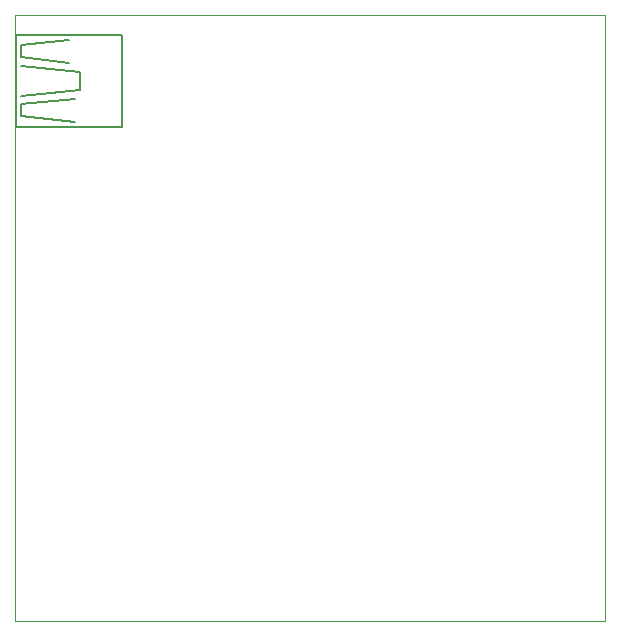
<source format=gbo>
G75*
%MOIN*%
%OFA0B0*%
%FSLAX25Y25*%
%IPPOS*%
%LPD*%
%AMOC8*
5,1,8,0,0,1.08239X$1,22.5*
%
%ADD10C,0.00000*%
%ADD11C,0.00500*%
D10*
X0001800Y0002367D02*
X0001800Y0204217D01*
X0198650Y0204217D01*
X0198650Y0002367D01*
X0001800Y0002367D01*
D11*
X0002036Y0167012D02*
X0037469Y0167012D01*
X0037469Y0197721D01*
X0002036Y0197721D01*
X0002036Y0167012D01*
X0004005Y0170556D02*
X0004005Y0174493D01*
X0021721Y0176461D01*
X0023690Y0179414D02*
X0004005Y0177445D01*
X0004005Y0170556D02*
X0021721Y0168587D01*
X0023690Y0179414D02*
X0023690Y0185319D01*
X0004005Y0187288D01*
X0004005Y0190241D02*
X0019753Y0188272D01*
X0019753Y0196146D02*
X0004005Y0194178D01*
X0004005Y0190241D01*
M02*

</source>
